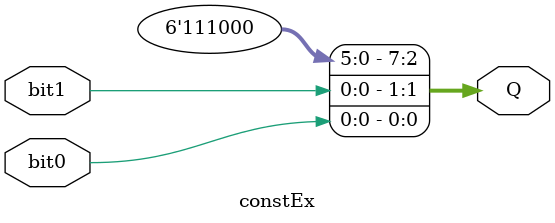
<source format=v>
module sequencer(
	input wire [7:0]dataInS,
	input wire nReset,
	input wire nReset2,
	input wire Q,
	input wire E,
	input wire nQ,
	input wire nE,
	input wire nIRQ,
	input wire [7:0]flagIn,
	
	output wire [7:0]dataOutS,
	output wire [23:0]regCtrl,
	output wire [3:0]exbusCtrl,
	output wire [1:0]S,
	output wire IRQH,
	output wire fetchOut,
	
	output wire [7:0]uromIDX,
	output wire [127:0]sig,
	output wire [31:0]UM
);

wire fetchSig ;
assign fetchOut=fetchSig ;

// reg [7:0]uromAddr ;
wire [31:0]urom ;
wire [9:0]uromAddr ;

reg [7:0]ope_code ;
// reg [7:0]dreg ;
reg fetch_ff ;

reg nirq_ff ;
wire s_lo, s_hi ;
wire fetch ;
wire fetchClk ;
assign fetchClk=fetch & Q ;

assign S={s_hi, s_lo} ;

// assign IRQH=~nirq_ff ;

always @(posedge Q)begin
	fetch_ff<=fetch ;
end

always @(posedge Q or negedge nReset)begin
	if(!nReset)begin
		ope_code<=8'he0 ;//		uromAddr <= 8'b0 ;
	end
	else begin
		ope_code<=dataInS ;
//		uromAddr <= uromAddr + 8'b1 ;
	end
end


/*
always @(posedge nIRQ or negedge nReset)begin
	if(!nReset) nirq_ff<=1'b0 ;
	else nirq_ff<=1'b1 ;
end
*/
assign sig[2]=nQ ;
assign sig[3]=nE ;
assign sig[6]=UM[0] ;

/*
assign sig[71:64] = {UM[24],UM[25],UM[26],UM[27],UM[28],UM[29],UM[30],UM[31]} ;
assign sig[79:72] = {UM[16],UM[17],UM[18],UM[19],UM[20],UM[21],UM[22],UM[23]} ;
assign sig[87:80] = {UM[8],UM[9],UM[10],UM[11],UM[12],UM[13],UM[14],UM[15]} ;
assign sig[95:88] = {UM[0],UM[1],UM[2],UM[3],UM[4],UM[5],UM[6],UM[7]} ;
*/

assign sig[95:88] = regCtrl[23:16] ;
assign sig[87:80] = regCtrl[15:8] ;
assign sig[79:72] = regCtrl[7:0] ;


//wire [9:0]CT;
//assign sig[15:8]=CT[9:2] ;

sequencer_s Sequencer_s(
	.Q(Q), .E(E), .nQ(nQ), .nE(nE),
	.dataIn({
		dataInS[0],dataInS[1],dataInS[2],dataInS[3],
		dataInS[4],dataInS[5],dataInS[6],dataInS[7]
	}),
	.dataOut({
		dataOutS[0],dataOutS[1],dataOutS[2],dataOutS[3],
		dataOutS[4],dataOutS[5],dataOutS[6],dataOutS[7]
	}),

	.regCtrl({
		regCtrl[0],regCtrl[1],regCtrl[2],regCtrl[3],
		regCtrl[4],regCtrl[5],regCtrl[6],regCtrl[7],
		regCtrl[8],regCtrl[9],regCtrl[10],regCtrl[11],
		regCtrl[12],regCtrl[13],regCtrl[14],regCtrl[15],
		regCtrl[16],regCtrl[17],regCtrl[18],regCtrl[19],
		regCtrl[20],regCtrl[21],regCtrl[22],regCtrl[23]
	}),


	.exbusCtrl({exbusCtrl[0],exbusCtrl[1],exbusCtrl[2],exbusCtrl[3]}),

	.flagIn({flagIn[0],flagIn[1],flagIn[2],flagIn[3],flagIn[4],flagIn[5],flagIn[6],flagIn[7]}),
	.nIRQ(nIRQ),
	.IRQH(IRQH),
	.nReset(nReset),
	.nReset2(nReset2),
	.s_lo(s_lo), .s_hi(s_hi),
	.fetchOut(fetchSig),
	
	.stateClk(sig[0]),
	.StepCtrl(sig[1]),
	.countClk(sig[4]),
	.jumpOpe(sig[42]),
	.noJump(sig[41]),
//	.uromIDX(sig[15:8]),

	.CT(CT),
	.UM(UM)) ;


endmodule

module uSplitter(
	input wire [31:0]in,
	output wire [23:0]uOut,
	output wire [7:0]outA,
	output wire [7:0]outB
);

assign uOut={
	in[31], in[30], in[29], in[28], in[27], in[26], in[25], in[24],
	in[23], in[22], in[21], in[20], in[19], in[18], in[9], in[8],
	in[7], in[6], in[5], in[4], in[3], in[2], in[1], in[0]
} ;

assign outA=in[17:10] ;
assign outB=in[17:10] ;

endmodule

/*
module uDeSplitter(
	input wire [23:0]in,
	input wire [7:0]inB,
	output wire [31:0]out
);
assign out={in[23:10], inB[7:0], in[9:0]} ;

endmodule
*/

module urSplitter(
	input wire [31:0]in,
	output wire [23:0]regCtrl,
	output wire [3:0]exBusCtrl,
	output wire fetch
);

assign regCtrl=in[23:0] ;
assign exBusCtrl=in[29:26] ;
assign fetch=in[18] & in[19] ;

endmodule


module jccSelector(
	input wire [7:0]opeCode,
	input wire jumpOpe,
	input wire noJump,
	output wire [7:0]opeIdx
);
assign opeIdx=jumpOpe==1'b0 ? opeCode :
{opeCode[7],opeCode[6],opeCode[5],opeCode[4],1'b1,1'b1,1'b1,noJump} ;

endmodule


module const80(
	output wire [7:0]Q
);

assign Q=8'h80 ;

endmodule


module uConstSel(
input wire [31:0] ua,
input wire u17,
input wire u12,
output wire [7:0] xc,
output wire [31:0] xb
) ;

assign xb={ua[31:18], u17, ua[16:13], u12,ua[11:0]} ;
assign xc={ua[17:10]} ;

endmodule


module constEx(
	input wire bit1,
	input wire bit0,
	output wire [7:0]Q
);

assign Q={6'b1110_00, bit1, bit0} ;

endmodule

</source>
